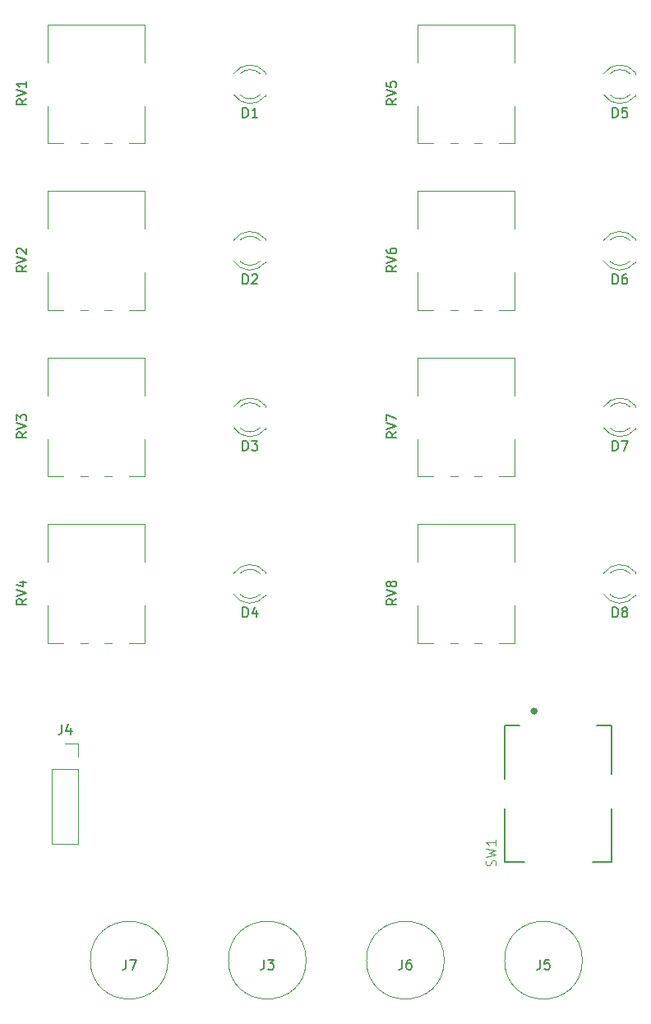
<source format=gbr>
%TF.GenerationSoftware,KiCad,Pcbnew,5.1.9*%
%TF.CreationDate,2021-03-22T22:06:03+01:00*%
%TF.ProjectId,control_voltage_eurorack_module,636f6e74-726f-46c5-9f76-6f6c74616765,rev?*%
%TF.SameCoordinates,Original*%
%TF.FileFunction,Legend,Top*%
%TF.FilePolarity,Positive*%
%FSLAX46Y46*%
G04 Gerber Fmt 4.6, Leading zero omitted, Abs format (unit mm)*
G04 Created by KiCad (PCBNEW 5.1.9) date 2021-03-22 22:06:03*
%MOMM*%
%LPD*%
G01*
G04 APERTURE LIST*
%ADD10C,0.120000*%
%ADD11C,0.304800*%
%ADD12C,0.127000*%
%ADD13C,0.150000*%
%ADD14C,0.015000*%
G04 APERTURE END LIST*
D10*
%TO.C,RV8*%
X58570000Y-82305000D02*
X58570000Y-78440000D01*
X58570000Y-73930000D02*
X58570000Y-70065000D01*
X68510000Y-82305000D02*
X68510000Y-78440000D01*
X68510000Y-73930000D02*
X68510000Y-70065000D01*
X58570000Y-82305000D02*
X60169000Y-82305000D01*
X61911000Y-82305000D02*
X62670000Y-82305000D01*
X64411000Y-82305000D02*
X65170000Y-82305000D01*
X66910000Y-82305000D02*
X68510000Y-82305000D01*
X58570000Y-70065000D02*
X68510000Y-70065000D01*
%TO.C,RV7*%
X58570000Y-65160000D02*
X58570000Y-61295000D01*
X58570000Y-56785000D02*
X58570000Y-52920000D01*
X68510000Y-65160000D02*
X68510000Y-61295000D01*
X68510000Y-56785000D02*
X68510000Y-52920000D01*
X58570000Y-65160000D02*
X60169000Y-65160000D01*
X61911000Y-65160000D02*
X62670000Y-65160000D01*
X64411000Y-65160000D02*
X65170000Y-65160000D01*
X66910000Y-65160000D02*
X68510000Y-65160000D01*
X58570000Y-52920000D02*
X68510000Y-52920000D01*
%TO.C,RV6*%
X58570000Y-48015000D02*
X58570000Y-44150000D01*
X58570000Y-39640000D02*
X58570000Y-35775000D01*
X68510000Y-48015000D02*
X68510000Y-44150000D01*
X68510000Y-39640000D02*
X68510000Y-35775000D01*
X58570000Y-48015000D02*
X60169000Y-48015000D01*
X61911000Y-48015000D02*
X62670000Y-48015000D01*
X64411000Y-48015000D02*
X65170000Y-48015000D01*
X66910000Y-48015000D02*
X68510000Y-48015000D01*
X58570000Y-35775000D02*
X68510000Y-35775000D01*
%TO.C,RV5*%
X58570000Y-30870000D02*
X58570000Y-27005000D01*
X58570000Y-22495000D02*
X58570000Y-18630000D01*
X68510000Y-30870000D02*
X68510000Y-27005000D01*
X68510000Y-22495000D02*
X68510000Y-18630000D01*
X58570000Y-30870000D02*
X60169000Y-30870000D01*
X61911000Y-30870000D02*
X62670000Y-30870000D01*
X64411000Y-30870000D02*
X65170000Y-30870000D01*
X66910000Y-30870000D02*
X68510000Y-30870000D01*
X58570000Y-18630000D02*
X68510000Y-18630000D01*
%TO.C,RV4*%
X20470000Y-82305000D02*
X20470000Y-78440000D01*
X20470000Y-73930000D02*
X20470000Y-70065000D01*
X30410000Y-82305000D02*
X30410000Y-78440000D01*
X30410000Y-73930000D02*
X30410000Y-70065000D01*
X20470000Y-82305000D02*
X22069000Y-82305000D01*
X23811000Y-82305000D02*
X24570000Y-82305000D01*
X26311000Y-82305000D02*
X27070000Y-82305000D01*
X28810000Y-82305000D02*
X30410000Y-82305000D01*
X20470000Y-70065000D02*
X30410000Y-70065000D01*
%TO.C,RV3*%
X20470000Y-65160000D02*
X20470000Y-61295000D01*
X20470000Y-56785000D02*
X20470000Y-52920000D01*
X30410000Y-65160000D02*
X30410000Y-61295000D01*
X30410000Y-56785000D02*
X30410000Y-52920000D01*
X20470000Y-65160000D02*
X22069000Y-65160000D01*
X23811000Y-65160000D02*
X24570000Y-65160000D01*
X26311000Y-65160000D02*
X27070000Y-65160000D01*
X28810000Y-65160000D02*
X30410000Y-65160000D01*
X20470000Y-52920000D02*
X30410000Y-52920000D01*
%TO.C,RV2*%
X20470000Y-48015000D02*
X20470000Y-44150000D01*
X20470000Y-39640000D02*
X20470000Y-35775000D01*
X30410000Y-48015000D02*
X30410000Y-44150000D01*
X30410000Y-39640000D02*
X30410000Y-35775000D01*
X20470000Y-48015000D02*
X22069000Y-48015000D01*
X23811000Y-48015000D02*
X24570000Y-48015000D01*
X26311000Y-48015000D02*
X27070000Y-48015000D01*
X28810000Y-48015000D02*
X30410000Y-48015000D01*
X20470000Y-35775000D02*
X30410000Y-35775000D01*
%TO.C,RV1*%
X20470000Y-30870000D02*
X20470000Y-27005000D01*
X20470000Y-22495000D02*
X20470000Y-18630000D01*
X30410000Y-30870000D02*
X30410000Y-27005000D01*
X30410000Y-22495000D02*
X30410000Y-18630000D01*
X20470000Y-30870000D02*
X22069000Y-30870000D01*
X23811000Y-30870000D02*
X24570000Y-30870000D01*
X26311000Y-30870000D02*
X27070000Y-30870000D01*
X28810000Y-30870000D02*
X30410000Y-30870000D01*
X20470000Y-18630000D02*
X30410000Y-18630000D01*
%TO.C,J4*%
X20895000Y-95250000D02*
X23555000Y-95250000D01*
X20895000Y-95250000D02*
X20895000Y-102930000D01*
X20895000Y-102930000D02*
X23555000Y-102930000D01*
X23555000Y-95250000D02*
X23555000Y-102930000D01*
X23555000Y-92650000D02*
X23555000Y-93980000D01*
X22225000Y-92650000D02*
X23555000Y-92650000D01*
%TO.C,D1*%
X40233870Y-23685163D02*
G75*
G02*
X42315961Y-23685000I1041130J-1079837D01*
G01*
X40233870Y-25844837D02*
G75*
G03*
X42315961Y-25845000I1041130J1079837D01*
G01*
X39602665Y-23686392D02*
G75*
G02*
X42835000Y-23529484I1672335J-1078608D01*
G01*
X39602665Y-25843608D02*
G75*
G03*
X42835000Y-26000516I1672335J1078608D01*
G01*
X42835000Y-26001000D02*
X42835000Y-25845000D01*
X42835000Y-23685000D02*
X42835000Y-23529000D01*
%TO.C,D2*%
X40233870Y-40830163D02*
G75*
G02*
X42315961Y-40830000I1041130J-1079837D01*
G01*
X40233870Y-42989837D02*
G75*
G03*
X42315961Y-42990000I1041130J1079837D01*
G01*
X39602665Y-40831392D02*
G75*
G02*
X42835000Y-40674484I1672335J-1078608D01*
G01*
X39602665Y-42988608D02*
G75*
G03*
X42835000Y-43145516I1672335J1078608D01*
G01*
X42835000Y-43146000D02*
X42835000Y-42990000D01*
X42835000Y-40830000D02*
X42835000Y-40674000D01*
%TO.C,D3*%
X40233870Y-57975163D02*
G75*
G02*
X42315961Y-57975000I1041130J-1079837D01*
G01*
X40233870Y-60134837D02*
G75*
G03*
X42315961Y-60135000I1041130J1079837D01*
G01*
X39602665Y-57976392D02*
G75*
G02*
X42835000Y-57819484I1672335J-1078608D01*
G01*
X39602665Y-60133608D02*
G75*
G03*
X42835000Y-60290516I1672335J1078608D01*
G01*
X42835000Y-60291000D02*
X42835000Y-60135000D01*
X42835000Y-57975000D02*
X42835000Y-57819000D01*
%TO.C,D4*%
X40233870Y-75120163D02*
G75*
G02*
X42315961Y-75120000I1041130J-1079837D01*
G01*
X40233870Y-77279837D02*
G75*
G03*
X42315961Y-77280000I1041130J1079837D01*
G01*
X39602665Y-75121392D02*
G75*
G02*
X42835000Y-74964484I1672335J-1078608D01*
G01*
X39602665Y-77278608D02*
G75*
G03*
X42835000Y-77435516I1672335J1078608D01*
G01*
X42835000Y-77436000D02*
X42835000Y-77280000D01*
X42835000Y-75120000D02*
X42835000Y-74964000D01*
%TO.C,D5*%
X78333870Y-23685163D02*
G75*
G02*
X80415961Y-23685000I1041130J-1079837D01*
G01*
X78333870Y-25844837D02*
G75*
G03*
X80415961Y-25845000I1041130J1079837D01*
G01*
X77702665Y-23686392D02*
G75*
G02*
X80935000Y-23529484I1672335J-1078608D01*
G01*
X77702665Y-25843608D02*
G75*
G03*
X80935000Y-26000516I1672335J1078608D01*
G01*
X80935000Y-26001000D02*
X80935000Y-25845000D01*
X80935000Y-23685000D02*
X80935000Y-23529000D01*
%TO.C,D6*%
X78333870Y-40830163D02*
G75*
G02*
X80415961Y-40830000I1041130J-1079837D01*
G01*
X78333870Y-42989837D02*
G75*
G03*
X80415961Y-42990000I1041130J1079837D01*
G01*
X77702665Y-40831392D02*
G75*
G02*
X80935000Y-40674484I1672335J-1078608D01*
G01*
X77702665Y-42988608D02*
G75*
G03*
X80935000Y-43145516I1672335J1078608D01*
G01*
X80935000Y-43146000D02*
X80935000Y-42990000D01*
X80935000Y-40830000D02*
X80935000Y-40674000D01*
%TO.C,D7*%
X78333870Y-57975163D02*
G75*
G02*
X80415961Y-57975000I1041130J-1079837D01*
G01*
X78333870Y-60134837D02*
G75*
G03*
X80415961Y-60135000I1041130J1079837D01*
G01*
X77702665Y-57976392D02*
G75*
G02*
X80935000Y-57819484I1672335J-1078608D01*
G01*
X77702665Y-60133608D02*
G75*
G03*
X80935000Y-60290516I1672335J1078608D01*
G01*
X80935000Y-60291000D02*
X80935000Y-60135000D01*
X80935000Y-57975000D02*
X80935000Y-57819000D01*
%TO.C,D8*%
X78333870Y-75120163D02*
G75*
G02*
X80415961Y-75120000I1041130J-1079837D01*
G01*
X78333870Y-77279837D02*
G75*
G03*
X80415961Y-77280000I1041130J1079837D01*
G01*
X77702665Y-75121392D02*
G75*
G02*
X80935000Y-74964484I1672335J-1078608D01*
G01*
X77702665Y-77278608D02*
G75*
G03*
X80935000Y-77435516I1672335J1078608D01*
G01*
X80935000Y-77436000D02*
X80935000Y-77280000D01*
X80935000Y-75120000D02*
X80935000Y-74964000D01*
%TO.C,J5*%
X75501000Y-114935000D02*
G75*
G03*
X75501000Y-114935000I-4000000J0D01*
G01*
%TO.C,J7*%
X32829000Y-114935000D02*
G75*
G03*
X32829000Y-114935000I-4000000J0D01*
G01*
%TO.C,J6*%
X61277000Y-114935000D02*
G75*
G03*
X61277000Y-114935000I-4000000J0D01*
G01*
%TO.C,J3*%
X47053000Y-114935000D02*
G75*
G03*
X47053000Y-114935000I-4000000J0D01*
G01*
D11*
%TO.C,SW1*%
X70725000Y-89290000D02*
G75*
G03*
X70725000Y-89290000I-200000J0D01*
G01*
D12*
X78525000Y-104790000D02*
X76525000Y-104790000D01*
X78525000Y-99290000D02*
X78525000Y-104790000D01*
X67525000Y-104790000D02*
X69525000Y-104790000D01*
X67525000Y-99290000D02*
X67525000Y-104790000D01*
X78525000Y-90790000D02*
X78525000Y-95790000D01*
X77025000Y-90790000D02*
X78525000Y-90790000D01*
X67525000Y-90790000D02*
X67525000Y-96290000D01*
X69025000Y-90790000D02*
X67525000Y-90790000D01*
%TO.C,RV8*%
D13*
X56342380Y-77730238D02*
X55866190Y-78063571D01*
X56342380Y-78301666D02*
X55342380Y-78301666D01*
X55342380Y-77920714D01*
X55390000Y-77825476D01*
X55437619Y-77777857D01*
X55532857Y-77730238D01*
X55675714Y-77730238D01*
X55770952Y-77777857D01*
X55818571Y-77825476D01*
X55866190Y-77920714D01*
X55866190Y-78301666D01*
X55342380Y-77444523D02*
X56342380Y-77111190D01*
X55342380Y-76777857D01*
X55770952Y-76301666D02*
X55723333Y-76396904D01*
X55675714Y-76444523D01*
X55580476Y-76492142D01*
X55532857Y-76492142D01*
X55437619Y-76444523D01*
X55390000Y-76396904D01*
X55342380Y-76301666D01*
X55342380Y-76111190D01*
X55390000Y-76015952D01*
X55437619Y-75968333D01*
X55532857Y-75920714D01*
X55580476Y-75920714D01*
X55675714Y-75968333D01*
X55723333Y-76015952D01*
X55770952Y-76111190D01*
X55770952Y-76301666D01*
X55818571Y-76396904D01*
X55866190Y-76444523D01*
X55961428Y-76492142D01*
X56151904Y-76492142D01*
X56247142Y-76444523D01*
X56294761Y-76396904D01*
X56342380Y-76301666D01*
X56342380Y-76111190D01*
X56294761Y-76015952D01*
X56247142Y-75968333D01*
X56151904Y-75920714D01*
X55961428Y-75920714D01*
X55866190Y-75968333D01*
X55818571Y-76015952D01*
X55770952Y-76111190D01*
%TO.C,RV7*%
X56342380Y-60585238D02*
X55866190Y-60918571D01*
X56342380Y-61156666D02*
X55342380Y-61156666D01*
X55342380Y-60775714D01*
X55390000Y-60680476D01*
X55437619Y-60632857D01*
X55532857Y-60585238D01*
X55675714Y-60585238D01*
X55770952Y-60632857D01*
X55818571Y-60680476D01*
X55866190Y-60775714D01*
X55866190Y-61156666D01*
X55342380Y-60299523D02*
X56342380Y-59966190D01*
X55342380Y-59632857D01*
X55342380Y-59394761D02*
X55342380Y-58728095D01*
X56342380Y-59156666D01*
%TO.C,RV6*%
X56342380Y-43440238D02*
X55866190Y-43773571D01*
X56342380Y-44011666D02*
X55342380Y-44011666D01*
X55342380Y-43630714D01*
X55390000Y-43535476D01*
X55437619Y-43487857D01*
X55532857Y-43440238D01*
X55675714Y-43440238D01*
X55770952Y-43487857D01*
X55818571Y-43535476D01*
X55866190Y-43630714D01*
X55866190Y-44011666D01*
X55342380Y-43154523D02*
X56342380Y-42821190D01*
X55342380Y-42487857D01*
X55342380Y-41725952D02*
X55342380Y-41916428D01*
X55390000Y-42011666D01*
X55437619Y-42059285D01*
X55580476Y-42154523D01*
X55770952Y-42202142D01*
X56151904Y-42202142D01*
X56247142Y-42154523D01*
X56294761Y-42106904D01*
X56342380Y-42011666D01*
X56342380Y-41821190D01*
X56294761Y-41725952D01*
X56247142Y-41678333D01*
X56151904Y-41630714D01*
X55913809Y-41630714D01*
X55818571Y-41678333D01*
X55770952Y-41725952D01*
X55723333Y-41821190D01*
X55723333Y-42011666D01*
X55770952Y-42106904D01*
X55818571Y-42154523D01*
X55913809Y-42202142D01*
%TO.C,RV5*%
X56342380Y-26295238D02*
X55866190Y-26628571D01*
X56342380Y-26866666D02*
X55342380Y-26866666D01*
X55342380Y-26485714D01*
X55390000Y-26390476D01*
X55437619Y-26342857D01*
X55532857Y-26295238D01*
X55675714Y-26295238D01*
X55770952Y-26342857D01*
X55818571Y-26390476D01*
X55866190Y-26485714D01*
X55866190Y-26866666D01*
X55342380Y-26009523D02*
X56342380Y-25676190D01*
X55342380Y-25342857D01*
X55342380Y-24533333D02*
X55342380Y-25009523D01*
X55818571Y-25057142D01*
X55770952Y-25009523D01*
X55723333Y-24914285D01*
X55723333Y-24676190D01*
X55770952Y-24580952D01*
X55818571Y-24533333D01*
X55913809Y-24485714D01*
X56151904Y-24485714D01*
X56247142Y-24533333D01*
X56294761Y-24580952D01*
X56342380Y-24676190D01*
X56342380Y-24914285D01*
X56294761Y-25009523D01*
X56247142Y-25057142D01*
%TO.C,RV4*%
X18242380Y-77730238D02*
X17766190Y-78063571D01*
X18242380Y-78301666D02*
X17242380Y-78301666D01*
X17242380Y-77920714D01*
X17290000Y-77825476D01*
X17337619Y-77777857D01*
X17432857Y-77730238D01*
X17575714Y-77730238D01*
X17670952Y-77777857D01*
X17718571Y-77825476D01*
X17766190Y-77920714D01*
X17766190Y-78301666D01*
X17242380Y-77444523D02*
X18242380Y-77111190D01*
X17242380Y-76777857D01*
X17575714Y-76015952D02*
X18242380Y-76015952D01*
X17194761Y-76254047D02*
X17909047Y-76492142D01*
X17909047Y-75873095D01*
%TO.C,RV3*%
X18242380Y-60585238D02*
X17766190Y-60918571D01*
X18242380Y-61156666D02*
X17242380Y-61156666D01*
X17242380Y-60775714D01*
X17290000Y-60680476D01*
X17337619Y-60632857D01*
X17432857Y-60585238D01*
X17575714Y-60585238D01*
X17670952Y-60632857D01*
X17718571Y-60680476D01*
X17766190Y-60775714D01*
X17766190Y-61156666D01*
X17242380Y-60299523D02*
X18242380Y-59966190D01*
X17242380Y-59632857D01*
X17242380Y-59394761D02*
X17242380Y-58775714D01*
X17623333Y-59109047D01*
X17623333Y-58966190D01*
X17670952Y-58870952D01*
X17718571Y-58823333D01*
X17813809Y-58775714D01*
X18051904Y-58775714D01*
X18147142Y-58823333D01*
X18194761Y-58870952D01*
X18242380Y-58966190D01*
X18242380Y-59251904D01*
X18194761Y-59347142D01*
X18147142Y-59394761D01*
%TO.C,RV2*%
X18242380Y-43440238D02*
X17766190Y-43773571D01*
X18242380Y-44011666D02*
X17242380Y-44011666D01*
X17242380Y-43630714D01*
X17290000Y-43535476D01*
X17337619Y-43487857D01*
X17432857Y-43440238D01*
X17575714Y-43440238D01*
X17670952Y-43487857D01*
X17718571Y-43535476D01*
X17766190Y-43630714D01*
X17766190Y-44011666D01*
X17242380Y-43154523D02*
X18242380Y-42821190D01*
X17242380Y-42487857D01*
X17337619Y-42202142D02*
X17290000Y-42154523D01*
X17242380Y-42059285D01*
X17242380Y-41821190D01*
X17290000Y-41725952D01*
X17337619Y-41678333D01*
X17432857Y-41630714D01*
X17528095Y-41630714D01*
X17670952Y-41678333D01*
X18242380Y-42249761D01*
X18242380Y-41630714D01*
%TO.C,RV1*%
X18242380Y-26295238D02*
X17766190Y-26628571D01*
X18242380Y-26866666D02*
X17242380Y-26866666D01*
X17242380Y-26485714D01*
X17290000Y-26390476D01*
X17337619Y-26342857D01*
X17432857Y-26295238D01*
X17575714Y-26295238D01*
X17670952Y-26342857D01*
X17718571Y-26390476D01*
X17766190Y-26485714D01*
X17766190Y-26866666D01*
X17242380Y-26009523D02*
X18242380Y-25676190D01*
X17242380Y-25342857D01*
X18242380Y-24485714D02*
X18242380Y-25057142D01*
X18242380Y-24771428D02*
X17242380Y-24771428D01*
X17385238Y-24866666D01*
X17480476Y-24961904D01*
X17528095Y-25057142D01*
%TO.C,J4*%
X21891666Y-90662380D02*
X21891666Y-91376666D01*
X21844047Y-91519523D01*
X21748809Y-91614761D01*
X21605952Y-91662380D01*
X21510714Y-91662380D01*
X22796428Y-90995714D02*
X22796428Y-91662380D01*
X22558333Y-90614761D02*
X22320238Y-91329047D01*
X22939285Y-91329047D01*
%TO.C,D1*%
X40536904Y-28177380D02*
X40536904Y-27177380D01*
X40775000Y-27177380D01*
X40917857Y-27225000D01*
X41013095Y-27320238D01*
X41060714Y-27415476D01*
X41108333Y-27605952D01*
X41108333Y-27748809D01*
X41060714Y-27939285D01*
X41013095Y-28034523D01*
X40917857Y-28129761D01*
X40775000Y-28177380D01*
X40536904Y-28177380D01*
X42060714Y-28177380D02*
X41489285Y-28177380D01*
X41775000Y-28177380D02*
X41775000Y-27177380D01*
X41679761Y-27320238D01*
X41584523Y-27415476D01*
X41489285Y-27463095D01*
%TO.C,D2*%
X40536904Y-45322380D02*
X40536904Y-44322380D01*
X40775000Y-44322380D01*
X40917857Y-44370000D01*
X41013095Y-44465238D01*
X41060714Y-44560476D01*
X41108333Y-44750952D01*
X41108333Y-44893809D01*
X41060714Y-45084285D01*
X41013095Y-45179523D01*
X40917857Y-45274761D01*
X40775000Y-45322380D01*
X40536904Y-45322380D01*
X41489285Y-44417619D02*
X41536904Y-44370000D01*
X41632142Y-44322380D01*
X41870238Y-44322380D01*
X41965476Y-44370000D01*
X42013095Y-44417619D01*
X42060714Y-44512857D01*
X42060714Y-44608095D01*
X42013095Y-44750952D01*
X41441666Y-45322380D01*
X42060714Y-45322380D01*
%TO.C,D3*%
X40536904Y-62467380D02*
X40536904Y-61467380D01*
X40775000Y-61467380D01*
X40917857Y-61515000D01*
X41013095Y-61610238D01*
X41060714Y-61705476D01*
X41108333Y-61895952D01*
X41108333Y-62038809D01*
X41060714Y-62229285D01*
X41013095Y-62324523D01*
X40917857Y-62419761D01*
X40775000Y-62467380D01*
X40536904Y-62467380D01*
X41441666Y-61467380D02*
X42060714Y-61467380D01*
X41727380Y-61848333D01*
X41870238Y-61848333D01*
X41965476Y-61895952D01*
X42013095Y-61943571D01*
X42060714Y-62038809D01*
X42060714Y-62276904D01*
X42013095Y-62372142D01*
X41965476Y-62419761D01*
X41870238Y-62467380D01*
X41584523Y-62467380D01*
X41489285Y-62419761D01*
X41441666Y-62372142D01*
%TO.C,D4*%
X40536904Y-79612380D02*
X40536904Y-78612380D01*
X40775000Y-78612380D01*
X40917857Y-78660000D01*
X41013095Y-78755238D01*
X41060714Y-78850476D01*
X41108333Y-79040952D01*
X41108333Y-79183809D01*
X41060714Y-79374285D01*
X41013095Y-79469523D01*
X40917857Y-79564761D01*
X40775000Y-79612380D01*
X40536904Y-79612380D01*
X41965476Y-78945714D02*
X41965476Y-79612380D01*
X41727380Y-78564761D02*
X41489285Y-79279047D01*
X42108333Y-79279047D01*
%TO.C,D5*%
X78636904Y-28177380D02*
X78636904Y-27177380D01*
X78875000Y-27177380D01*
X79017857Y-27225000D01*
X79113095Y-27320238D01*
X79160714Y-27415476D01*
X79208333Y-27605952D01*
X79208333Y-27748809D01*
X79160714Y-27939285D01*
X79113095Y-28034523D01*
X79017857Y-28129761D01*
X78875000Y-28177380D01*
X78636904Y-28177380D01*
X80113095Y-27177380D02*
X79636904Y-27177380D01*
X79589285Y-27653571D01*
X79636904Y-27605952D01*
X79732142Y-27558333D01*
X79970238Y-27558333D01*
X80065476Y-27605952D01*
X80113095Y-27653571D01*
X80160714Y-27748809D01*
X80160714Y-27986904D01*
X80113095Y-28082142D01*
X80065476Y-28129761D01*
X79970238Y-28177380D01*
X79732142Y-28177380D01*
X79636904Y-28129761D01*
X79589285Y-28082142D01*
%TO.C,D6*%
X78636904Y-45322380D02*
X78636904Y-44322380D01*
X78875000Y-44322380D01*
X79017857Y-44370000D01*
X79113095Y-44465238D01*
X79160714Y-44560476D01*
X79208333Y-44750952D01*
X79208333Y-44893809D01*
X79160714Y-45084285D01*
X79113095Y-45179523D01*
X79017857Y-45274761D01*
X78875000Y-45322380D01*
X78636904Y-45322380D01*
X80065476Y-44322380D02*
X79875000Y-44322380D01*
X79779761Y-44370000D01*
X79732142Y-44417619D01*
X79636904Y-44560476D01*
X79589285Y-44750952D01*
X79589285Y-45131904D01*
X79636904Y-45227142D01*
X79684523Y-45274761D01*
X79779761Y-45322380D01*
X79970238Y-45322380D01*
X80065476Y-45274761D01*
X80113095Y-45227142D01*
X80160714Y-45131904D01*
X80160714Y-44893809D01*
X80113095Y-44798571D01*
X80065476Y-44750952D01*
X79970238Y-44703333D01*
X79779761Y-44703333D01*
X79684523Y-44750952D01*
X79636904Y-44798571D01*
X79589285Y-44893809D01*
%TO.C,D7*%
X78636904Y-62467380D02*
X78636904Y-61467380D01*
X78875000Y-61467380D01*
X79017857Y-61515000D01*
X79113095Y-61610238D01*
X79160714Y-61705476D01*
X79208333Y-61895952D01*
X79208333Y-62038809D01*
X79160714Y-62229285D01*
X79113095Y-62324523D01*
X79017857Y-62419761D01*
X78875000Y-62467380D01*
X78636904Y-62467380D01*
X79541666Y-61467380D02*
X80208333Y-61467380D01*
X79779761Y-62467380D01*
%TO.C,D8*%
X78636904Y-79612380D02*
X78636904Y-78612380D01*
X78875000Y-78612380D01*
X79017857Y-78660000D01*
X79113095Y-78755238D01*
X79160714Y-78850476D01*
X79208333Y-79040952D01*
X79208333Y-79183809D01*
X79160714Y-79374285D01*
X79113095Y-79469523D01*
X79017857Y-79564761D01*
X78875000Y-79612380D01*
X78636904Y-79612380D01*
X79779761Y-79040952D02*
X79684523Y-78993333D01*
X79636904Y-78945714D01*
X79589285Y-78850476D01*
X79589285Y-78802857D01*
X79636904Y-78707619D01*
X79684523Y-78660000D01*
X79779761Y-78612380D01*
X79970238Y-78612380D01*
X80065476Y-78660000D01*
X80113095Y-78707619D01*
X80160714Y-78802857D01*
X80160714Y-78850476D01*
X80113095Y-78945714D01*
X80065476Y-78993333D01*
X79970238Y-79040952D01*
X79779761Y-79040952D01*
X79684523Y-79088571D01*
X79636904Y-79136190D01*
X79589285Y-79231428D01*
X79589285Y-79421904D01*
X79636904Y-79517142D01*
X79684523Y-79564761D01*
X79779761Y-79612380D01*
X79970238Y-79612380D01*
X80065476Y-79564761D01*
X80113095Y-79517142D01*
X80160714Y-79421904D01*
X80160714Y-79231428D01*
X80113095Y-79136190D01*
X80065476Y-79088571D01*
X79970238Y-79040952D01*
%TO.C,J5*%
X71167666Y-114887380D02*
X71167666Y-115601666D01*
X71120047Y-115744523D01*
X71024809Y-115839761D01*
X70881952Y-115887380D01*
X70786714Y-115887380D01*
X72120047Y-114887380D02*
X71643857Y-114887380D01*
X71596238Y-115363571D01*
X71643857Y-115315952D01*
X71739095Y-115268333D01*
X71977190Y-115268333D01*
X72072428Y-115315952D01*
X72120047Y-115363571D01*
X72167666Y-115458809D01*
X72167666Y-115696904D01*
X72120047Y-115792142D01*
X72072428Y-115839761D01*
X71977190Y-115887380D01*
X71739095Y-115887380D01*
X71643857Y-115839761D01*
X71596238Y-115792142D01*
%TO.C,J7*%
X28495666Y-114887380D02*
X28495666Y-115601666D01*
X28448047Y-115744523D01*
X28352809Y-115839761D01*
X28209952Y-115887380D01*
X28114714Y-115887380D01*
X28876619Y-114887380D02*
X29543285Y-114887380D01*
X29114714Y-115887380D01*
%TO.C,J6*%
X56943666Y-114887380D02*
X56943666Y-115601666D01*
X56896047Y-115744523D01*
X56800809Y-115839761D01*
X56657952Y-115887380D01*
X56562714Y-115887380D01*
X57848428Y-114887380D02*
X57657952Y-114887380D01*
X57562714Y-114935000D01*
X57515095Y-114982619D01*
X57419857Y-115125476D01*
X57372238Y-115315952D01*
X57372238Y-115696904D01*
X57419857Y-115792142D01*
X57467476Y-115839761D01*
X57562714Y-115887380D01*
X57753190Y-115887380D01*
X57848428Y-115839761D01*
X57896047Y-115792142D01*
X57943666Y-115696904D01*
X57943666Y-115458809D01*
X57896047Y-115363571D01*
X57848428Y-115315952D01*
X57753190Y-115268333D01*
X57562714Y-115268333D01*
X57467476Y-115315952D01*
X57419857Y-115363571D01*
X57372238Y-115458809D01*
%TO.C,J3*%
X42719666Y-114887380D02*
X42719666Y-115601666D01*
X42672047Y-115744523D01*
X42576809Y-115839761D01*
X42433952Y-115887380D01*
X42338714Y-115887380D01*
X43100619Y-114887380D02*
X43719666Y-114887380D01*
X43386333Y-115268333D01*
X43529190Y-115268333D01*
X43624428Y-115315952D01*
X43672047Y-115363571D01*
X43719666Y-115458809D01*
X43719666Y-115696904D01*
X43672047Y-115792142D01*
X43624428Y-115839761D01*
X43529190Y-115887380D01*
X43243476Y-115887380D01*
X43148238Y-115839761D01*
X43100619Y-115792142D01*
%TO.C,SW1*%
D14*
X66540178Y-105203568D02*
X66587831Y-105060610D01*
X66587831Y-104822346D01*
X66540178Y-104727040D01*
X66492526Y-104679387D01*
X66397220Y-104631734D01*
X66301914Y-104631734D01*
X66206609Y-104679387D01*
X66158956Y-104727040D01*
X66111303Y-104822346D01*
X66063650Y-105012957D01*
X66015997Y-105108263D01*
X65968345Y-105155915D01*
X65873039Y-105203568D01*
X65777733Y-105203568D01*
X65682428Y-105155915D01*
X65634775Y-105108263D01*
X65587122Y-105012957D01*
X65587122Y-104774693D01*
X65634775Y-104631734D01*
X65587122Y-104298165D02*
X66587831Y-104059901D01*
X65873039Y-103869290D01*
X66587831Y-103678678D01*
X65587122Y-103440414D01*
X66587831Y-102535011D02*
X66587831Y-103106845D01*
X66587831Y-102820928D02*
X65587122Y-102820928D01*
X65730081Y-102916233D01*
X65825386Y-103011539D01*
X65873039Y-103106845D01*
%TD*%
M02*

</source>
